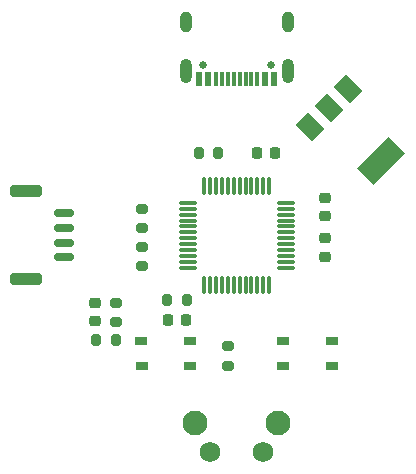
<source format=gbr>
%TF.GenerationSoftware,KiCad,Pcbnew,7.0.7*%
%TF.CreationDate,2023-10-08T01:12:48+08:00*%
%TF.ProjectId,RM_47mm,524d5f34-376d-46d2-9e6b-696361645f70,rev?*%
%TF.SameCoordinates,Original*%
%TF.FileFunction,Soldermask,Bot*%
%TF.FilePolarity,Negative*%
%FSLAX46Y46*%
G04 Gerber Fmt 4.6, Leading zero omitted, Abs format (unit mm)*
G04 Created by KiCad (PCBNEW 7.0.7) date 2023-10-08 01:12:48*
%MOMM*%
%LPD*%
G01*
G04 APERTURE LIST*
G04 Aperture macros list*
%AMRoundRect*
0 Rectangle with rounded corners*
0 $1 Rounding radius*
0 $2 $3 $4 $5 $6 $7 $8 $9 X,Y pos of 4 corners*
0 Add a 4 corners polygon primitive as box body*
4,1,4,$2,$3,$4,$5,$6,$7,$8,$9,$2,$3,0*
0 Add four circle primitives for the rounded corners*
1,1,$1+$1,$2,$3*
1,1,$1+$1,$4,$5*
1,1,$1+$1,$6,$7*
1,1,$1+$1,$8,$9*
0 Add four rect primitives between the rounded corners*
20,1,$1+$1,$2,$3,$4,$5,0*
20,1,$1+$1,$4,$5,$6,$7,0*
20,1,$1+$1,$6,$7,$8,$9,0*
20,1,$1+$1,$8,$9,$2,$3,0*%
%AMRotRect*
0 Rectangle, with rotation*
0 The origin of the aperture is its center*
0 $1 length*
0 $2 width*
0 $3 Rotation angle, in degrees counterclockwise*
0 Add horizontal line*
21,1,$1,$2,0,0,$3*%
G04 Aperture macros list end*
%ADD10RotRect,2.000000X1.500000X315.000000*%
%ADD11RotRect,2.000000X3.800000X315.000000*%
%ADD12C,0.650000*%
%ADD13R,0.600000X1.240000*%
%ADD14R,0.300000X1.240000*%
%ADD15O,1.000000X1.800000*%
%ADD16O,1.000000X2.100000*%
%ADD17RoundRect,0.150000X0.700000X-0.150000X0.700000X0.150000X-0.700000X0.150000X-0.700000X-0.150000X0*%
%ADD18RoundRect,0.250000X1.100000X-0.250000X1.100000X0.250000X-1.100000X0.250000X-1.100000X-0.250000X0*%
%ADD19RoundRect,0.200000X0.275000X-0.200000X0.275000X0.200000X-0.275000X0.200000X-0.275000X-0.200000X0*%
%ADD20RoundRect,0.200000X-0.200000X-0.275000X0.200000X-0.275000X0.200000X0.275000X-0.200000X0.275000X0*%
%ADD21RoundRect,0.075000X0.662500X0.075000X-0.662500X0.075000X-0.662500X-0.075000X0.662500X-0.075000X0*%
%ADD22RoundRect,0.075000X0.075000X0.662500X-0.075000X0.662500X-0.075000X-0.662500X0.075000X-0.662500X0*%
%ADD23R,1.050000X0.650000*%
%ADD24RoundRect,0.225000X-0.250000X0.225000X-0.250000X-0.225000X0.250000X-0.225000X0.250000X0.225000X0*%
%ADD25RoundRect,0.225000X0.225000X0.250000X-0.225000X0.250000X-0.225000X-0.250000X0.225000X-0.250000X0*%
%ADD26RoundRect,0.225000X0.250000X-0.225000X0.250000X0.225000X-0.250000X0.225000X-0.250000X-0.225000X0*%
%ADD27RoundRect,0.200000X-0.275000X0.200000X-0.275000X-0.200000X0.275000X-0.200000X0.275000X0.200000X0*%
%ADD28RoundRect,0.200000X0.200000X0.275000X-0.200000X0.275000X-0.200000X-0.275000X0.200000X-0.275000X0*%
%ADD29C,2.100000*%
%ADD30C,1.750000*%
G04 APERTURE END LIST*
D10*
%TO.C,U2*%
X156166268Y-90838959D03*
D11*
X162247386Y-93667386D03*
D10*
X157792614Y-89212614D03*
X159418959Y-87586268D03*
%TD*%
D12*
%TO.C,J1*%
X147110000Y-85605000D03*
X152890000Y-85605000D03*
D13*
X146800000Y-86725000D03*
X147600000Y-86725000D03*
D14*
X148750000Y-86725000D03*
X149750000Y-86725000D03*
X150250000Y-86725000D03*
X151250000Y-86725000D03*
D13*
X152400000Y-86725000D03*
X153200000Y-86725000D03*
X153200000Y-86725000D03*
X152400000Y-86725000D03*
D14*
X151750000Y-86725000D03*
X150750000Y-86725000D03*
X149250000Y-86725000D03*
X148250000Y-86725000D03*
D13*
X147600000Y-86725000D03*
X146800000Y-86725000D03*
D15*
X145680000Y-81925000D03*
D16*
X145680000Y-86125000D03*
X154320000Y-86125000D03*
D15*
X154320000Y-81925000D03*
%TD*%
D17*
%TO.C,J2*%
X135350000Y-101875000D03*
X135350000Y-100625000D03*
X135350000Y-99375000D03*
X135350000Y-98125000D03*
D18*
X132150000Y-103725000D03*
X132150000Y-96275000D03*
%TD*%
D19*
%TO.C,R3*%
X142018127Y-99380570D03*
X142018127Y-97730570D03*
%TD*%
%TO.C,R7*%
X139783288Y-107336708D03*
X139783288Y-105686708D03*
%TD*%
D20*
%TO.C,R4*%
X146775000Y-93000000D03*
X148425000Y-93000000D03*
%TD*%
D21*
%TO.C,U1*%
X154162500Y-97250000D03*
X154162500Y-97750000D03*
X154162500Y-98250000D03*
X154162500Y-98750000D03*
X154162500Y-99250000D03*
X154162500Y-99750000D03*
X154162500Y-100250000D03*
X154162500Y-100750000D03*
X154162500Y-101250000D03*
X154162500Y-101750000D03*
X154162500Y-102250000D03*
X154162500Y-102750000D03*
D22*
X152750000Y-104162500D03*
X152250000Y-104162500D03*
X151750000Y-104162500D03*
X151250000Y-104162500D03*
X150750000Y-104162500D03*
X150250000Y-104162500D03*
X149750000Y-104162500D03*
X149250000Y-104162500D03*
X148750000Y-104162500D03*
X148250000Y-104162500D03*
X147750000Y-104162500D03*
X147250000Y-104162500D03*
D21*
X145837500Y-102750000D03*
X145837500Y-102250000D03*
X145837500Y-101750000D03*
X145837500Y-101250000D03*
X145837500Y-100750000D03*
X145837500Y-100250000D03*
X145837500Y-99750000D03*
X145837500Y-99250000D03*
X145837500Y-98750000D03*
X145837500Y-98250000D03*
X145837500Y-97750000D03*
X145837500Y-97250000D03*
D22*
X147250000Y-95837500D03*
X147750000Y-95837500D03*
X148250000Y-95837500D03*
X148750000Y-95837500D03*
X149250000Y-95837500D03*
X149750000Y-95837500D03*
X150250000Y-95837500D03*
X150750000Y-95837500D03*
X151250000Y-95837500D03*
X151750000Y-95837500D03*
X152250000Y-95837500D03*
X152750000Y-95837500D03*
%TD*%
D23*
%TO.C,SW2*%
X158075000Y-108925000D03*
X153925000Y-108925000D03*
X158075000Y-111075000D03*
X153950000Y-111075000D03*
%TD*%
D24*
%TO.C,C9*%
X157480000Y-96805000D03*
X157480000Y-98355000D03*
%TD*%
D25*
%TO.C,C11*%
X153275000Y-93000000D03*
X151725000Y-93000000D03*
%TD*%
%TO.C,C12*%
X145705537Y-107172023D03*
X144155537Y-107172023D03*
%TD*%
D26*
%TO.C,C13*%
X138039859Y-107289498D03*
X138039859Y-105739498D03*
%TD*%
D20*
%TO.C,R6*%
X138129023Y-108882715D03*
X139779023Y-108882715D03*
%TD*%
D27*
%TO.C,R2*%
X142021726Y-102625355D03*
X142021726Y-100975355D03*
%TD*%
%TO.C,R5*%
X149258680Y-109398485D03*
X149258680Y-111048485D03*
%TD*%
D28*
%TO.C,R1*%
X145758826Y-105466261D03*
X144108826Y-105466261D03*
%TD*%
D29*
%TO.C,SW3*%
X146482909Y-115884152D03*
X153492909Y-115884152D03*
D30*
X147732909Y-118374152D03*
X152232909Y-118374152D03*
%TD*%
D26*
%TO.C,C10*%
X157474699Y-101792865D03*
X157474699Y-100242865D03*
%TD*%
D23*
%TO.C,SW1*%
X146075000Y-108925000D03*
X141925000Y-108925000D03*
X146075000Y-111075000D03*
X141950000Y-111075000D03*
%TD*%
M02*

</source>
